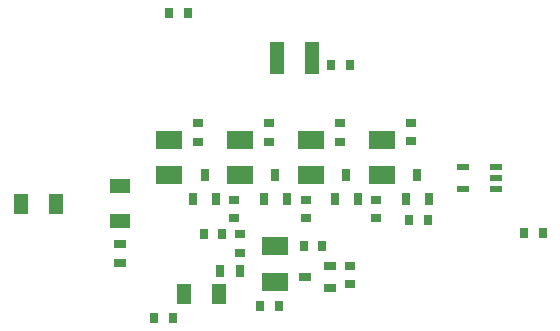
<source format=gbp>
G04*
G04 #@! TF.GenerationSoftware,Altium Limited,Altium Designer,20.2.4 (192)*
G04*
G04 Layer_Color=128*
%FSLAX25Y25*%
%MOIN*%
G70*
G04*
G04 #@! TF.SameCoordinates,AF803115-0C24-4DE3-BE5F-04C5706376D8*
G04*
G04*
G04 #@! TF.FilePolarity,Positive*
G04*
G01*
G75*
%ADD31R,0.04882X0.11063*%
%ADD32R,0.03543X0.02756*%
%ADD33R,0.03843X0.03000*%
%ADD37R,0.04882X0.06800*%
%ADD44R,0.02756X0.03543*%
%ADD45R,0.03000X0.03843*%
%ADD102R,0.03937X0.03150*%
%ADD103R,0.03150X0.03937*%
%ADD104R,0.06800X0.04882*%
%ADD105R,0.04331X0.02362*%
%ADD106R,0.09055X0.05906*%
D31*
X107815Y96850D02*
D03*
X96122D02*
D03*
D32*
X81693Y49646D02*
D03*
Y43465D02*
D03*
X83661Y32045D02*
D03*
Y38226D02*
D03*
X105512Y49646D02*
D03*
Y43465D02*
D03*
X129134D02*
D03*
Y49646D02*
D03*
X120217Y27699D02*
D03*
Y21518D02*
D03*
X140551Y75433D02*
D03*
Y69252D02*
D03*
X117126Y68957D02*
D03*
Y75138D02*
D03*
X93405D02*
D03*
Y68957D02*
D03*
X69784Y69055D02*
D03*
Y75236D02*
D03*
D33*
X43701Y34982D02*
D03*
Y28601D02*
D03*
D37*
X76811Y18308D02*
D03*
X65118D02*
D03*
X10545Y48366D02*
D03*
X22238D02*
D03*
D44*
X96496Y14450D02*
D03*
X90315D02*
D03*
X60000Y111811D02*
D03*
X66181D02*
D03*
X77736Y38368D02*
D03*
X71555D02*
D03*
X114035Y94685D02*
D03*
X120217D02*
D03*
X178405Y38500D02*
D03*
X184587D02*
D03*
X61319Y10353D02*
D03*
X55138D02*
D03*
X146201Y43110D02*
D03*
X140020D02*
D03*
X111102Y34252D02*
D03*
X104921D02*
D03*
D45*
X77140Y25808D02*
D03*
X83521D02*
D03*
D102*
X105413Y24009D02*
D03*
X113681Y20269D02*
D03*
Y27749D02*
D03*
D103*
X142795Y58071D02*
D03*
X139055Y49803D02*
D03*
X146535D02*
D03*
X119095Y58071D02*
D03*
X115354Y49803D02*
D03*
X122835D02*
D03*
X95472Y58071D02*
D03*
X91732Y49803D02*
D03*
X99213D02*
D03*
X71870Y58071D02*
D03*
X68130Y49803D02*
D03*
X75610D02*
D03*
D104*
X43701Y54272D02*
D03*
Y42579D02*
D03*
D105*
X158130Y53248D02*
D03*
Y60728D02*
D03*
X169154Y53248D02*
D03*
Y56988D02*
D03*
Y60728D02*
D03*
D106*
X130905Y69685D02*
D03*
Y57874D02*
D03*
X107283D02*
D03*
Y69685D02*
D03*
X83661D02*
D03*
Y57874D02*
D03*
X60039D02*
D03*
Y69685D02*
D03*
X95472Y34252D02*
D03*
Y22441D02*
D03*
M02*

</source>
